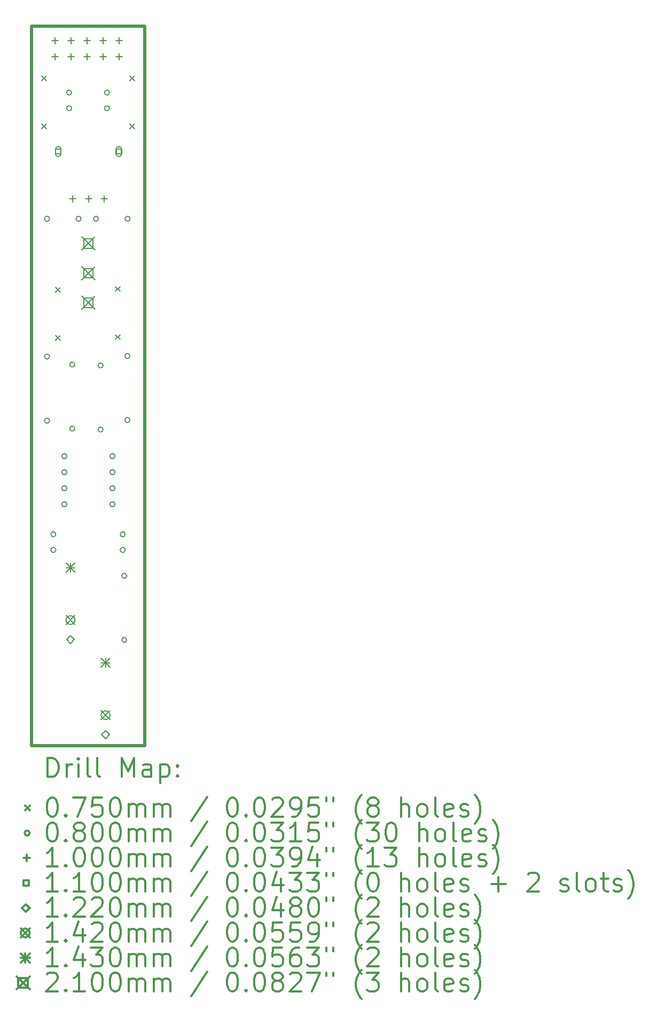
<source format=gbr>
%FSLAX45Y45*%
G04 Gerber Fmt 4.5, Leading zero omitted, Abs format (unit mm)*
G04 Created by KiCad (PCBNEW (5.1.10)-1) date 2021-10-10 13:11:33*
%MOMM*%
%LPD*%
G01*
G04 APERTURE LIST*
%TA.AperFunction,Profile*%
%ADD10C,0.500000*%
%TD*%
%ADD11C,0.200000*%
%ADD12C,0.300000*%
G04 APERTURE END LIST*
D10*
X14150000Y-15630000D02*
X14150000Y-4220000D01*
X15950000Y-15630000D02*
X14150000Y-15630000D01*
X15950000Y-4220000D02*
X15950000Y-15630000D01*
X14150000Y-4220000D02*
X15950000Y-4220000D01*
D11*
X14312500Y-5012500D02*
X14387500Y-5087500D01*
X14387500Y-5012500D02*
X14312500Y-5087500D01*
X14312500Y-5774500D02*
X14387500Y-5849500D01*
X14387500Y-5774500D02*
X14312500Y-5849500D01*
X14537500Y-8362500D02*
X14612500Y-8437500D01*
X14612500Y-8362500D02*
X14537500Y-8437500D01*
X14537500Y-9124500D02*
X14612500Y-9199500D01*
X14612500Y-9124500D02*
X14537500Y-9199500D01*
X15487500Y-8350500D02*
X15562500Y-8425500D01*
X15562500Y-8350500D02*
X15487500Y-8425500D01*
X15487500Y-9112500D02*
X15562500Y-9187500D01*
X15562500Y-9112500D02*
X15487500Y-9187500D01*
X15712500Y-5012500D02*
X15787500Y-5087500D01*
X15787500Y-5012500D02*
X15712500Y-5087500D01*
X15712500Y-5774500D02*
X15787500Y-5849500D01*
X15787500Y-5774500D02*
X15712500Y-5849500D01*
X14440000Y-7275000D02*
G75*
G03*
X14440000Y-7275000I-40000J0D01*
G01*
X14440000Y-9459000D02*
G75*
G03*
X14440000Y-9459000I-40000J0D01*
G01*
X14440000Y-10475000D02*
G75*
G03*
X14440000Y-10475000I-40000J0D01*
G01*
X14540000Y-12275000D02*
G75*
G03*
X14540000Y-12275000I-40000J0D01*
G01*
X14540000Y-12525000D02*
G75*
G03*
X14540000Y-12525000I-40000J0D01*
G01*
X14715000Y-11038000D02*
G75*
G03*
X14715000Y-11038000I-40000J0D01*
G01*
X14715000Y-11292000D02*
G75*
G03*
X14715000Y-11292000I-40000J0D01*
G01*
X14715000Y-11546000D02*
G75*
G03*
X14715000Y-11546000I-40000J0D01*
G01*
X14715000Y-11800000D02*
G75*
G03*
X14715000Y-11800000I-40000J0D01*
G01*
X14790000Y-5275000D02*
G75*
G03*
X14790000Y-5275000I-40000J0D01*
G01*
X14790000Y-5525000D02*
G75*
G03*
X14790000Y-5525000I-40000J0D01*
G01*
X14840000Y-9584000D02*
G75*
G03*
X14840000Y-9584000I-40000J0D01*
G01*
X14840000Y-10600000D02*
G75*
G03*
X14840000Y-10600000I-40000J0D01*
G01*
X14940000Y-7275000D02*
G75*
G03*
X14940000Y-7275000I-40000J0D01*
G01*
X15215000Y-7275000D02*
G75*
G03*
X15215000Y-7275000I-40000J0D01*
G01*
X15290000Y-9600000D02*
G75*
G03*
X15290000Y-9600000I-40000J0D01*
G01*
X15290000Y-10616000D02*
G75*
G03*
X15290000Y-10616000I-40000J0D01*
G01*
X15390000Y-5275000D02*
G75*
G03*
X15390000Y-5275000I-40000J0D01*
G01*
X15390000Y-5525000D02*
G75*
G03*
X15390000Y-5525000I-40000J0D01*
G01*
X15477000Y-11038000D02*
G75*
G03*
X15477000Y-11038000I-40000J0D01*
G01*
X15477000Y-11292000D02*
G75*
G03*
X15477000Y-11292000I-40000J0D01*
G01*
X15477000Y-11546000D02*
G75*
G03*
X15477000Y-11546000I-40000J0D01*
G01*
X15477000Y-11800000D02*
G75*
G03*
X15477000Y-11800000I-40000J0D01*
G01*
X15640000Y-12275000D02*
G75*
G03*
X15640000Y-12275000I-40000J0D01*
G01*
X15640000Y-12525000D02*
G75*
G03*
X15640000Y-12525000I-40000J0D01*
G01*
X15665000Y-12934000D02*
G75*
G03*
X15665000Y-12934000I-40000J0D01*
G01*
X15665000Y-13950000D02*
G75*
G03*
X15665000Y-13950000I-40000J0D01*
G01*
X15715000Y-7275000D02*
G75*
G03*
X15715000Y-7275000I-40000J0D01*
G01*
X15715000Y-9450000D02*
G75*
G03*
X15715000Y-9450000I-40000J0D01*
G01*
X15715000Y-10466000D02*
G75*
G03*
X15715000Y-10466000I-40000J0D01*
G01*
X14525000Y-4400000D02*
X14525000Y-4500000D01*
X14475000Y-4450000D02*
X14575000Y-4450000D01*
X14525000Y-4654000D02*
X14525000Y-4754000D01*
X14475000Y-4704000D02*
X14575000Y-4704000D01*
X14779000Y-4400000D02*
X14779000Y-4500000D01*
X14729000Y-4450000D02*
X14829000Y-4450000D01*
X14779000Y-4654000D02*
X14779000Y-4754000D01*
X14729000Y-4704000D02*
X14829000Y-4704000D01*
X14808200Y-6909600D02*
X14808200Y-7009600D01*
X14758200Y-6959600D02*
X14858200Y-6959600D01*
X15033000Y-4400000D02*
X15033000Y-4500000D01*
X14983000Y-4450000D02*
X15083000Y-4450000D01*
X15033000Y-4654000D02*
X15033000Y-4754000D01*
X14983000Y-4704000D02*
X15083000Y-4704000D01*
X15058200Y-6909600D02*
X15058200Y-7009600D01*
X15008200Y-6959600D02*
X15108200Y-6959600D01*
X15287000Y-4400000D02*
X15287000Y-4500000D01*
X15237000Y-4450000D02*
X15337000Y-4450000D01*
X15287000Y-4654000D02*
X15287000Y-4754000D01*
X15237000Y-4704000D02*
X15337000Y-4704000D01*
X15308200Y-6909600D02*
X15308200Y-7009600D01*
X15258200Y-6959600D02*
X15358200Y-6959600D01*
X15541000Y-4400000D02*
X15541000Y-4500000D01*
X15491000Y-4450000D02*
X15591000Y-4450000D01*
X15541000Y-4654000D02*
X15541000Y-4754000D01*
X15491000Y-4704000D02*
X15591000Y-4704000D01*
X14617091Y-6248491D02*
X14617091Y-6170709D01*
X14539309Y-6170709D01*
X14539309Y-6248491D01*
X14617091Y-6248491D01*
X14623200Y-6244600D02*
X14623200Y-6174600D01*
X14533200Y-6244600D02*
X14533200Y-6174600D01*
X14623200Y-6174600D02*
G75*
G03*
X14533200Y-6174600I-45000J0D01*
G01*
X14533200Y-6244600D02*
G75*
G03*
X14623200Y-6244600I45000J0D01*
G01*
X15577091Y-6248491D02*
X15577091Y-6170709D01*
X15499309Y-6170709D01*
X15499309Y-6248491D01*
X15577091Y-6248491D01*
X15583200Y-6244600D02*
X15583200Y-6174600D01*
X15493200Y-6244600D02*
X15493200Y-6174600D01*
X15583200Y-6174600D02*
G75*
G03*
X15493200Y-6174600I-45000J0D01*
G01*
X15493200Y-6244600D02*
G75*
G03*
X15583200Y-6244600I45000J0D01*
G01*
X14772000Y-14007000D02*
X14833000Y-13946000D01*
X14772000Y-13885000D01*
X14711000Y-13946000D01*
X14772000Y-14007000D01*
X15328000Y-15514000D02*
X15389000Y-15453000D01*
X15328000Y-15392000D01*
X15267000Y-15453000D01*
X15328000Y-15514000D01*
X14701000Y-13565000D02*
X14843000Y-13707000D01*
X14843000Y-13565000D02*
X14701000Y-13707000D01*
X14843000Y-13636000D02*
G75*
G03*
X14843000Y-13636000I-71000J0D01*
G01*
X15257000Y-15072000D02*
X15399000Y-15214000D01*
X15399000Y-15072000D02*
X15257000Y-15214000D01*
X15399000Y-15143000D02*
G75*
G03*
X15399000Y-15143000I-71000J0D01*
G01*
X14700500Y-12734500D02*
X14843500Y-12877500D01*
X14843500Y-12734500D02*
X14700500Y-12877500D01*
X14772000Y-12734500D02*
X14772000Y-12877500D01*
X14700500Y-12806000D02*
X14843500Y-12806000D01*
X15256500Y-14241500D02*
X15399500Y-14384500D01*
X15399500Y-14241500D02*
X15256500Y-14384500D01*
X15328000Y-14241500D02*
X15328000Y-14384500D01*
X15256500Y-14313000D02*
X15399500Y-14313000D01*
X14952500Y-7562500D02*
X15162500Y-7772500D01*
X15162500Y-7562500D02*
X14952500Y-7772500D01*
X15131747Y-7741747D02*
X15131747Y-7593253D01*
X14983253Y-7593253D01*
X14983253Y-7741747D01*
X15131747Y-7741747D01*
X14952500Y-8032500D02*
X15162500Y-8242500D01*
X15162500Y-8032500D02*
X14952500Y-8242500D01*
X15131747Y-8211747D02*
X15131747Y-8063253D01*
X14983253Y-8063253D01*
X14983253Y-8211747D01*
X15131747Y-8211747D01*
X14952500Y-8502500D02*
X15162500Y-8712500D01*
X15162500Y-8502500D02*
X14952500Y-8712500D01*
X15131747Y-8681747D02*
X15131747Y-8533253D01*
X14983253Y-8533253D01*
X14983253Y-8681747D01*
X15131747Y-8681747D01*
D12*
X14411428Y-16120714D02*
X14411428Y-15820714D01*
X14482857Y-15820714D01*
X14525714Y-15835000D01*
X14554286Y-15863571D01*
X14568571Y-15892143D01*
X14582857Y-15949286D01*
X14582857Y-15992143D01*
X14568571Y-16049286D01*
X14554286Y-16077857D01*
X14525714Y-16106429D01*
X14482857Y-16120714D01*
X14411428Y-16120714D01*
X14711428Y-16120714D02*
X14711428Y-15920714D01*
X14711428Y-15977857D02*
X14725714Y-15949286D01*
X14740000Y-15935000D01*
X14768571Y-15920714D01*
X14797143Y-15920714D01*
X14897143Y-16120714D02*
X14897143Y-15920714D01*
X14897143Y-15820714D02*
X14882857Y-15835000D01*
X14897143Y-15849286D01*
X14911428Y-15835000D01*
X14897143Y-15820714D01*
X14897143Y-15849286D01*
X15082857Y-16120714D02*
X15054286Y-16106429D01*
X15040000Y-16077857D01*
X15040000Y-15820714D01*
X15240000Y-16120714D02*
X15211428Y-16106429D01*
X15197143Y-16077857D01*
X15197143Y-15820714D01*
X15582857Y-16120714D02*
X15582857Y-15820714D01*
X15682857Y-16035000D01*
X15782857Y-15820714D01*
X15782857Y-16120714D01*
X16054286Y-16120714D02*
X16054286Y-15963571D01*
X16040000Y-15935000D01*
X16011428Y-15920714D01*
X15954286Y-15920714D01*
X15925714Y-15935000D01*
X16054286Y-16106429D02*
X16025714Y-16120714D01*
X15954286Y-16120714D01*
X15925714Y-16106429D01*
X15911428Y-16077857D01*
X15911428Y-16049286D01*
X15925714Y-16020714D01*
X15954286Y-16006429D01*
X16025714Y-16006429D01*
X16054286Y-15992143D01*
X16197143Y-15920714D02*
X16197143Y-16220714D01*
X16197143Y-15935000D02*
X16225714Y-15920714D01*
X16282857Y-15920714D01*
X16311428Y-15935000D01*
X16325714Y-15949286D01*
X16340000Y-15977857D01*
X16340000Y-16063571D01*
X16325714Y-16092143D01*
X16311428Y-16106429D01*
X16282857Y-16120714D01*
X16225714Y-16120714D01*
X16197143Y-16106429D01*
X16468571Y-16092143D02*
X16482857Y-16106429D01*
X16468571Y-16120714D01*
X16454286Y-16106429D01*
X16468571Y-16092143D01*
X16468571Y-16120714D01*
X16468571Y-15935000D02*
X16482857Y-15949286D01*
X16468571Y-15963571D01*
X16454286Y-15949286D01*
X16468571Y-15935000D01*
X16468571Y-15963571D01*
X14050000Y-16577500D02*
X14125000Y-16652500D01*
X14125000Y-16577500D02*
X14050000Y-16652500D01*
X14468571Y-16450714D02*
X14497143Y-16450714D01*
X14525714Y-16465000D01*
X14540000Y-16479286D01*
X14554286Y-16507857D01*
X14568571Y-16565000D01*
X14568571Y-16636429D01*
X14554286Y-16693571D01*
X14540000Y-16722143D01*
X14525714Y-16736429D01*
X14497143Y-16750714D01*
X14468571Y-16750714D01*
X14440000Y-16736429D01*
X14425714Y-16722143D01*
X14411428Y-16693571D01*
X14397143Y-16636429D01*
X14397143Y-16565000D01*
X14411428Y-16507857D01*
X14425714Y-16479286D01*
X14440000Y-16465000D01*
X14468571Y-16450714D01*
X14697143Y-16722143D02*
X14711428Y-16736429D01*
X14697143Y-16750714D01*
X14682857Y-16736429D01*
X14697143Y-16722143D01*
X14697143Y-16750714D01*
X14811428Y-16450714D02*
X15011428Y-16450714D01*
X14882857Y-16750714D01*
X15268571Y-16450714D02*
X15125714Y-16450714D01*
X15111428Y-16593571D01*
X15125714Y-16579286D01*
X15154286Y-16565000D01*
X15225714Y-16565000D01*
X15254286Y-16579286D01*
X15268571Y-16593571D01*
X15282857Y-16622143D01*
X15282857Y-16693571D01*
X15268571Y-16722143D01*
X15254286Y-16736429D01*
X15225714Y-16750714D01*
X15154286Y-16750714D01*
X15125714Y-16736429D01*
X15111428Y-16722143D01*
X15468571Y-16450714D02*
X15497143Y-16450714D01*
X15525714Y-16465000D01*
X15540000Y-16479286D01*
X15554286Y-16507857D01*
X15568571Y-16565000D01*
X15568571Y-16636429D01*
X15554286Y-16693571D01*
X15540000Y-16722143D01*
X15525714Y-16736429D01*
X15497143Y-16750714D01*
X15468571Y-16750714D01*
X15440000Y-16736429D01*
X15425714Y-16722143D01*
X15411428Y-16693571D01*
X15397143Y-16636429D01*
X15397143Y-16565000D01*
X15411428Y-16507857D01*
X15425714Y-16479286D01*
X15440000Y-16465000D01*
X15468571Y-16450714D01*
X15697143Y-16750714D02*
X15697143Y-16550714D01*
X15697143Y-16579286D02*
X15711428Y-16565000D01*
X15740000Y-16550714D01*
X15782857Y-16550714D01*
X15811428Y-16565000D01*
X15825714Y-16593571D01*
X15825714Y-16750714D01*
X15825714Y-16593571D02*
X15840000Y-16565000D01*
X15868571Y-16550714D01*
X15911428Y-16550714D01*
X15940000Y-16565000D01*
X15954286Y-16593571D01*
X15954286Y-16750714D01*
X16097143Y-16750714D02*
X16097143Y-16550714D01*
X16097143Y-16579286D02*
X16111428Y-16565000D01*
X16140000Y-16550714D01*
X16182857Y-16550714D01*
X16211428Y-16565000D01*
X16225714Y-16593571D01*
X16225714Y-16750714D01*
X16225714Y-16593571D02*
X16240000Y-16565000D01*
X16268571Y-16550714D01*
X16311428Y-16550714D01*
X16340000Y-16565000D01*
X16354286Y-16593571D01*
X16354286Y-16750714D01*
X16940000Y-16436429D02*
X16682857Y-16822143D01*
X17325714Y-16450714D02*
X17354286Y-16450714D01*
X17382857Y-16465000D01*
X17397143Y-16479286D01*
X17411428Y-16507857D01*
X17425714Y-16565000D01*
X17425714Y-16636429D01*
X17411428Y-16693571D01*
X17397143Y-16722143D01*
X17382857Y-16736429D01*
X17354286Y-16750714D01*
X17325714Y-16750714D01*
X17297143Y-16736429D01*
X17282857Y-16722143D01*
X17268571Y-16693571D01*
X17254286Y-16636429D01*
X17254286Y-16565000D01*
X17268571Y-16507857D01*
X17282857Y-16479286D01*
X17297143Y-16465000D01*
X17325714Y-16450714D01*
X17554286Y-16722143D02*
X17568571Y-16736429D01*
X17554286Y-16750714D01*
X17540000Y-16736429D01*
X17554286Y-16722143D01*
X17554286Y-16750714D01*
X17754286Y-16450714D02*
X17782857Y-16450714D01*
X17811428Y-16465000D01*
X17825714Y-16479286D01*
X17840000Y-16507857D01*
X17854286Y-16565000D01*
X17854286Y-16636429D01*
X17840000Y-16693571D01*
X17825714Y-16722143D01*
X17811428Y-16736429D01*
X17782857Y-16750714D01*
X17754286Y-16750714D01*
X17725714Y-16736429D01*
X17711428Y-16722143D01*
X17697143Y-16693571D01*
X17682857Y-16636429D01*
X17682857Y-16565000D01*
X17697143Y-16507857D01*
X17711428Y-16479286D01*
X17725714Y-16465000D01*
X17754286Y-16450714D01*
X17968571Y-16479286D02*
X17982857Y-16465000D01*
X18011428Y-16450714D01*
X18082857Y-16450714D01*
X18111428Y-16465000D01*
X18125714Y-16479286D01*
X18140000Y-16507857D01*
X18140000Y-16536429D01*
X18125714Y-16579286D01*
X17954286Y-16750714D01*
X18140000Y-16750714D01*
X18282857Y-16750714D02*
X18340000Y-16750714D01*
X18368571Y-16736429D01*
X18382857Y-16722143D01*
X18411428Y-16679286D01*
X18425714Y-16622143D01*
X18425714Y-16507857D01*
X18411428Y-16479286D01*
X18397143Y-16465000D01*
X18368571Y-16450714D01*
X18311428Y-16450714D01*
X18282857Y-16465000D01*
X18268571Y-16479286D01*
X18254286Y-16507857D01*
X18254286Y-16579286D01*
X18268571Y-16607857D01*
X18282857Y-16622143D01*
X18311428Y-16636429D01*
X18368571Y-16636429D01*
X18397143Y-16622143D01*
X18411428Y-16607857D01*
X18425714Y-16579286D01*
X18697143Y-16450714D02*
X18554286Y-16450714D01*
X18540000Y-16593571D01*
X18554286Y-16579286D01*
X18582857Y-16565000D01*
X18654286Y-16565000D01*
X18682857Y-16579286D01*
X18697143Y-16593571D01*
X18711428Y-16622143D01*
X18711428Y-16693571D01*
X18697143Y-16722143D01*
X18682857Y-16736429D01*
X18654286Y-16750714D01*
X18582857Y-16750714D01*
X18554286Y-16736429D01*
X18540000Y-16722143D01*
X18825714Y-16450714D02*
X18825714Y-16507857D01*
X18940000Y-16450714D02*
X18940000Y-16507857D01*
X19382857Y-16865000D02*
X19368571Y-16850714D01*
X19340000Y-16807857D01*
X19325714Y-16779286D01*
X19311428Y-16736429D01*
X19297143Y-16665000D01*
X19297143Y-16607857D01*
X19311428Y-16536429D01*
X19325714Y-16493571D01*
X19340000Y-16465000D01*
X19368571Y-16422143D01*
X19382857Y-16407857D01*
X19540000Y-16579286D02*
X19511428Y-16565000D01*
X19497143Y-16550714D01*
X19482857Y-16522143D01*
X19482857Y-16507857D01*
X19497143Y-16479286D01*
X19511428Y-16465000D01*
X19540000Y-16450714D01*
X19597143Y-16450714D01*
X19625714Y-16465000D01*
X19640000Y-16479286D01*
X19654286Y-16507857D01*
X19654286Y-16522143D01*
X19640000Y-16550714D01*
X19625714Y-16565000D01*
X19597143Y-16579286D01*
X19540000Y-16579286D01*
X19511428Y-16593571D01*
X19497143Y-16607857D01*
X19482857Y-16636429D01*
X19482857Y-16693571D01*
X19497143Y-16722143D01*
X19511428Y-16736429D01*
X19540000Y-16750714D01*
X19597143Y-16750714D01*
X19625714Y-16736429D01*
X19640000Y-16722143D01*
X19654286Y-16693571D01*
X19654286Y-16636429D01*
X19640000Y-16607857D01*
X19625714Y-16593571D01*
X19597143Y-16579286D01*
X20011428Y-16750714D02*
X20011428Y-16450714D01*
X20140000Y-16750714D02*
X20140000Y-16593571D01*
X20125714Y-16565000D01*
X20097143Y-16550714D01*
X20054286Y-16550714D01*
X20025714Y-16565000D01*
X20011428Y-16579286D01*
X20325714Y-16750714D02*
X20297143Y-16736429D01*
X20282857Y-16722143D01*
X20268571Y-16693571D01*
X20268571Y-16607857D01*
X20282857Y-16579286D01*
X20297143Y-16565000D01*
X20325714Y-16550714D01*
X20368571Y-16550714D01*
X20397143Y-16565000D01*
X20411428Y-16579286D01*
X20425714Y-16607857D01*
X20425714Y-16693571D01*
X20411428Y-16722143D01*
X20397143Y-16736429D01*
X20368571Y-16750714D01*
X20325714Y-16750714D01*
X20597143Y-16750714D02*
X20568571Y-16736429D01*
X20554286Y-16707857D01*
X20554286Y-16450714D01*
X20825714Y-16736429D02*
X20797143Y-16750714D01*
X20740000Y-16750714D01*
X20711428Y-16736429D01*
X20697143Y-16707857D01*
X20697143Y-16593571D01*
X20711428Y-16565000D01*
X20740000Y-16550714D01*
X20797143Y-16550714D01*
X20825714Y-16565000D01*
X20840000Y-16593571D01*
X20840000Y-16622143D01*
X20697143Y-16650714D01*
X20954286Y-16736429D02*
X20982857Y-16750714D01*
X21040000Y-16750714D01*
X21068571Y-16736429D01*
X21082857Y-16707857D01*
X21082857Y-16693571D01*
X21068571Y-16665000D01*
X21040000Y-16650714D01*
X20997143Y-16650714D01*
X20968571Y-16636429D01*
X20954286Y-16607857D01*
X20954286Y-16593571D01*
X20968571Y-16565000D01*
X20997143Y-16550714D01*
X21040000Y-16550714D01*
X21068571Y-16565000D01*
X21182857Y-16865000D02*
X21197143Y-16850714D01*
X21225714Y-16807857D01*
X21240000Y-16779286D01*
X21254286Y-16736429D01*
X21268571Y-16665000D01*
X21268571Y-16607857D01*
X21254286Y-16536429D01*
X21240000Y-16493571D01*
X21225714Y-16465000D01*
X21197143Y-16422143D01*
X21182857Y-16407857D01*
X14125000Y-17011000D02*
G75*
G03*
X14125000Y-17011000I-40000J0D01*
G01*
X14468571Y-16846714D02*
X14497143Y-16846714D01*
X14525714Y-16861000D01*
X14540000Y-16875286D01*
X14554286Y-16903857D01*
X14568571Y-16961000D01*
X14568571Y-17032429D01*
X14554286Y-17089572D01*
X14540000Y-17118143D01*
X14525714Y-17132429D01*
X14497143Y-17146714D01*
X14468571Y-17146714D01*
X14440000Y-17132429D01*
X14425714Y-17118143D01*
X14411428Y-17089572D01*
X14397143Y-17032429D01*
X14397143Y-16961000D01*
X14411428Y-16903857D01*
X14425714Y-16875286D01*
X14440000Y-16861000D01*
X14468571Y-16846714D01*
X14697143Y-17118143D02*
X14711428Y-17132429D01*
X14697143Y-17146714D01*
X14682857Y-17132429D01*
X14697143Y-17118143D01*
X14697143Y-17146714D01*
X14882857Y-16975286D02*
X14854286Y-16961000D01*
X14840000Y-16946714D01*
X14825714Y-16918143D01*
X14825714Y-16903857D01*
X14840000Y-16875286D01*
X14854286Y-16861000D01*
X14882857Y-16846714D01*
X14940000Y-16846714D01*
X14968571Y-16861000D01*
X14982857Y-16875286D01*
X14997143Y-16903857D01*
X14997143Y-16918143D01*
X14982857Y-16946714D01*
X14968571Y-16961000D01*
X14940000Y-16975286D01*
X14882857Y-16975286D01*
X14854286Y-16989572D01*
X14840000Y-17003857D01*
X14825714Y-17032429D01*
X14825714Y-17089572D01*
X14840000Y-17118143D01*
X14854286Y-17132429D01*
X14882857Y-17146714D01*
X14940000Y-17146714D01*
X14968571Y-17132429D01*
X14982857Y-17118143D01*
X14997143Y-17089572D01*
X14997143Y-17032429D01*
X14982857Y-17003857D01*
X14968571Y-16989572D01*
X14940000Y-16975286D01*
X15182857Y-16846714D02*
X15211428Y-16846714D01*
X15240000Y-16861000D01*
X15254286Y-16875286D01*
X15268571Y-16903857D01*
X15282857Y-16961000D01*
X15282857Y-17032429D01*
X15268571Y-17089572D01*
X15254286Y-17118143D01*
X15240000Y-17132429D01*
X15211428Y-17146714D01*
X15182857Y-17146714D01*
X15154286Y-17132429D01*
X15140000Y-17118143D01*
X15125714Y-17089572D01*
X15111428Y-17032429D01*
X15111428Y-16961000D01*
X15125714Y-16903857D01*
X15140000Y-16875286D01*
X15154286Y-16861000D01*
X15182857Y-16846714D01*
X15468571Y-16846714D02*
X15497143Y-16846714D01*
X15525714Y-16861000D01*
X15540000Y-16875286D01*
X15554286Y-16903857D01*
X15568571Y-16961000D01*
X15568571Y-17032429D01*
X15554286Y-17089572D01*
X15540000Y-17118143D01*
X15525714Y-17132429D01*
X15497143Y-17146714D01*
X15468571Y-17146714D01*
X15440000Y-17132429D01*
X15425714Y-17118143D01*
X15411428Y-17089572D01*
X15397143Y-17032429D01*
X15397143Y-16961000D01*
X15411428Y-16903857D01*
X15425714Y-16875286D01*
X15440000Y-16861000D01*
X15468571Y-16846714D01*
X15697143Y-17146714D02*
X15697143Y-16946714D01*
X15697143Y-16975286D02*
X15711428Y-16961000D01*
X15740000Y-16946714D01*
X15782857Y-16946714D01*
X15811428Y-16961000D01*
X15825714Y-16989572D01*
X15825714Y-17146714D01*
X15825714Y-16989572D02*
X15840000Y-16961000D01*
X15868571Y-16946714D01*
X15911428Y-16946714D01*
X15940000Y-16961000D01*
X15954286Y-16989572D01*
X15954286Y-17146714D01*
X16097143Y-17146714D02*
X16097143Y-16946714D01*
X16097143Y-16975286D02*
X16111428Y-16961000D01*
X16140000Y-16946714D01*
X16182857Y-16946714D01*
X16211428Y-16961000D01*
X16225714Y-16989572D01*
X16225714Y-17146714D01*
X16225714Y-16989572D02*
X16240000Y-16961000D01*
X16268571Y-16946714D01*
X16311428Y-16946714D01*
X16340000Y-16961000D01*
X16354286Y-16989572D01*
X16354286Y-17146714D01*
X16940000Y-16832429D02*
X16682857Y-17218143D01*
X17325714Y-16846714D02*
X17354286Y-16846714D01*
X17382857Y-16861000D01*
X17397143Y-16875286D01*
X17411428Y-16903857D01*
X17425714Y-16961000D01*
X17425714Y-17032429D01*
X17411428Y-17089572D01*
X17397143Y-17118143D01*
X17382857Y-17132429D01*
X17354286Y-17146714D01*
X17325714Y-17146714D01*
X17297143Y-17132429D01*
X17282857Y-17118143D01*
X17268571Y-17089572D01*
X17254286Y-17032429D01*
X17254286Y-16961000D01*
X17268571Y-16903857D01*
X17282857Y-16875286D01*
X17297143Y-16861000D01*
X17325714Y-16846714D01*
X17554286Y-17118143D02*
X17568571Y-17132429D01*
X17554286Y-17146714D01*
X17540000Y-17132429D01*
X17554286Y-17118143D01*
X17554286Y-17146714D01*
X17754286Y-16846714D02*
X17782857Y-16846714D01*
X17811428Y-16861000D01*
X17825714Y-16875286D01*
X17840000Y-16903857D01*
X17854286Y-16961000D01*
X17854286Y-17032429D01*
X17840000Y-17089572D01*
X17825714Y-17118143D01*
X17811428Y-17132429D01*
X17782857Y-17146714D01*
X17754286Y-17146714D01*
X17725714Y-17132429D01*
X17711428Y-17118143D01*
X17697143Y-17089572D01*
X17682857Y-17032429D01*
X17682857Y-16961000D01*
X17697143Y-16903857D01*
X17711428Y-16875286D01*
X17725714Y-16861000D01*
X17754286Y-16846714D01*
X17954286Y-16846714D02*
X18140000Y-16846714D01*
X18040000Y-16961000D01*
X18082857Y-16961000D01*
X18111428Y-16975286D01*
X18125714Y-16989572D01*
X18140000Y-17018143D01*
X18140000Y-17089572D01*
X18125714Y-17118143D01*
X18111428Y-17132429D01*
X18082857Y-17146714D01*
X17997143Y-17146714D01*
X17968571Y-17132429D01*
X17954286Y-17118143D01*
X18425714Y-17146714D02*
X18254286Y-17146714D01*
X18340000Y-17146714D02*
X18340000Y-16846714D01*
X18311428Y-16889572D01*
X18282857Y-16918143D01*
X18254286Y-16932429D01*
X18697143Y-16846714D02*
X18554286Y-16846714D01*
X18540000Y-16989572D01*
X18554286Y-16975286D01*
X18582857Y-16961000D01*
X18654286Y-16961000D01*
X18682857Y-16975286D01*
X18697143Y-16989572D01*
X18711428Y-17018143D01*
X18711428Y-17089572D01*
X18697143Y-17118143D01*
X18682857Y-17132429D01*
X18654286Y-17146714D01*
X18582857Y-17146714D01*
X18554286Y-17132429D01*
X18540000Y-17118143D01*
X18825714Y-16846714D02*
X18825714Y-16903857D01*
X18940000Y-16846714D02*
X18940000Y-16903857D01*
X19382857Y-17261000D02*
X19368571Y-17246714D01*
X19340000Y-17203857D01*
X19325714Y-17175286D01*
X19311428Y-17132429D01*
X19297143Y-17061000D01*
X19297143Y-17003857D01*
X19311428Y-16932429D01*
X19325714Y-16889572D01*
X19340000Y-16861000D01*
X19368571Y-16818143D01*
X19382857Y-16803857D01*
X19468571Y-16846714D02*
X19654286Y-16846714D01*
X19554286Y-16961000D01*
X19597143Y-16961000D01*
X19625714Y-16975286D01*
X19640000Y-16989572D01*
X19654286Y-17018143D01*
X19654286Y-17089572D01*
X19640000Y-17118143D01*
X19625714Y-17132429D01*
X19597143Y-17146714D01*
X19511428Y-17146714D01*
X19482857Y-17132429D01*
X19468571Y-17118143D01*
X19840000Y-16846714D02*
X19868571Y-16846714D01*
X19897143Y-16861000D01*
X19911428Y-16875286D01*
X19925714Y-16903857D01*
X19940000Y-16961000D01*
X19940000Y-17032429D01*
X19925714Y-17089572D01*
X19911428Y-17118143D01*
X19897143Y-17132429D01*
X19868571Y-17146714D01*
X19840000Y-17146714D01*
X19811428Y-17132429D01*
X19797143Y-17118143D01*
X19782857Y-17089572D01*
X19768571Y-17032429D01*
X19768571Y-16961000D01*
X19782857Y-16903857D01*
X19797143Y-16875286D01*
X19811428Y-16861000D01*
X19840000Y-16846714D01*
X20297143Y-17146714D02*
X20297143Y-16846714D01*
X20425714Y-17146714D02*
X20425714Y-16989572D01*
X20411428Y-16961000D01*
X20382857Y-16946714D01*
X20340000Y-16946714D01*
X20311428Y-16961000D01*
X20297143Y-16975286D01*
X20611428Y-17146714D02*
X20582857Y-17132429D01*
X20568571Y-17118143D01*
X20554286Y-17089572D01*
X20554286Y-17003857D01*
X20568571Y-16975286D01*
X20582857Y-16961000D01*
X20611428Y-16946714D01*
X20654286Y-16946714D01*
X20682857Y-16961000D01*
X20697143Y-16975286D01*
X20711428Y-17003857D01*
X20711428Y-17089572D01*
X20697143Y-17118143D01*
X20682857Y-17132429D01*
X20654286Y-17146714D01*
X20611428Y-17146714D01*
X20882857Y-17146714D02*
X20854286Y-17132429D01*
X20840000Y-17103857D01*
X20840000Y-16846714D01*
X21111428Y-17132429D02*
X21082857Y-17146714D01*
X21025714Y-17146714D01*
X20997143Y-17132429D01*
X20982857Y-17103857D01*
X20982857Y-16989572D01*
X20997143Y-16961000D01*
X21025714Y-16946714D01*
X21082857Y-16946714D01*
X21111428Y-16961000D01*
X21125714Y-16989572D01*
X21125714Y-17018143D01*
X20982857Y-17046714D01*
X21240000Y-17132429D02*
X21268571Y-17146714D01*
X21325714Y-17146714D01*
X21354286Y-17132429D01*
X21368571Y-17103857D01*
X21368571Y-17089572D01*
X21354286Y-17061000D01*
X21325714Y-17046714D01*
X21282857Y-17046714D01*
X21254286Y-17032429D01*
X21240000Y-17003857D01*
X21240000Y-16989572D01*
X21254286Y-16961000D01*
X21282857Y-16946714D01*
X21325714Y-16946714D01*
X21354286Y-16961000D01*
X21468571Y-17261000D02*
X21482857Y-17246714D01*
X21511428Y-17203857D01*
X21525714Y-17175286D01*
X21540000Y-17132429D01*
X21554286Y-17061000D01*
X21554286Y-17003857D01*
X21540000Y-16932429D01*
X21525714Y-16889572D01*
X21511428Y-16861000D01*
X21482857Y-16818143D01*
X21468571Y-16803857D01*
X14075000Y-17357000D02*
X14075000Y-17457000D01*
X14025000Y-17407000D02*
X14125000Y-17407000D01*
X14568571Y-17542714D02*
X14397143Y-17542714D01*
X14482857Y-17542714D02*
X14482857Y-17242714D01*
X14454286Y-17285572D01*
X14425714Y-17314143D01*
X14397143Y-17328429D01*
X14697143Y-17514143D02*
X14711428Y-17528429D01*
X14697143Y-17542714D01*
X14682857Y-17528429D01*
X14697143Y-17514143D01*
X14697143Y-17542714D01*
X14897143Y-17242714D02*
X14925714Y-17242714D01*
X14954286Y-17257000D01*
X14968571Y-17271286D01*
X14982857Y-17299857D01*
X14997143Y-17357000D01*
X14997143Y-17428429D01*
X14982857Y-17485572D01*
X14968571Y-17514143D01*
X14954286Y-17528429D01*
X14925714Y-17542714D01*
X14897143Y-17542714D01*
X14868571Y-17528429D01*
X14854286Y-17514143D01*
X14840000Y-17485572D01*
X14825714Y-17428429D01*
X14825714Y-17357000D01*
X14840000Y-17299857D01*
X14854286Y-17271286D01*
X14868571Y-17257000D01*
X14897143Y-17242714D01*
X15182857Y-17242714D02*
X15211428Y-17242714D01*
X15240000Y-17257000D01*
X15254286Y-17271286D01*
X15268571Y-17299857D01*
X15282857Y-17357000D01*
X15282857Y-17428429D01*
X15268571Y-17485572D01*
X15254286Y-17514143D01*
X15240000Y-17528429D01*
X15211428Y-17542714D01*
X15182857Y-17542714D01*
X15154286Y-17528429D01*
X15140000Y-17514143D01*
X15125714Y-17485572D01*
X15111428Y-17428429D01*
X15111428Y-17357000D01*
X15125714Y-17299857D01*
X15140000Y-17271286D01*
X15154286Y-17257000D01*
X15182857Y-17242714D01*
X15468571Y-17242714D02*
X15497143Y-17242714D01*
X15525714Y-17257000D01*
X15540000Y-17271286D01*
X15554286Y-17299857D01*
X15568571Y-17357000D01*
X15568571Y-17428429D01*
X15554286Y-17485572D01*
X15540000Y-17514143D01*
X15525714Y-17528429D01*
X15497143Y-17542714D01*
X15468571Y-17542714D01*
X15440000Y-17528429D01*
X15425714Y-17514143D01*
X15411428Y-17485572D01*
X15397143Y-17428429D01*
X15397143Y-17357000D01*
X15411428Y-17299857D01*
X15425714Y-17271286D01*
X15440000Y-17257000D01*
X15468571Y-17242714D01*
X15697143Y-17542714D02*
X15697143Y-17342714D01*
X15697143Y-17371286D02*
X15711428Y-17357000D01*
X15740000Y-17342714D01*
X15782857Y-17342714D01*
X15811428Y-17357000D01*
X15825714Y-17385572D01*
X15825714Y-17542714D01*
X15825714Y-17385572D02*
X15840000Y-17357000D01*
X15868571Y-17342714D01*
X15911428Y-17342714D01*
X15940000Y-17357000D01*
X15954286Y-17385572D01*
X15954286Y-17542714D01*
X16097143Y-17542714D02*
X16097143Y-17342714D01*
X16097143Y-17371286D02*
X16111428Y-17357000D01*
X16140000Y-17342714D01*
X16182857Y-17342714D01*
X16211428Y-17357000D01*
X16225714Y-17385572D01*
X16225714Y-17542714D01*
X16225714Y-17385572D02*
X16240000Y-17357000D01*
X16268571Y-17342714D01*
X16311428Y-17342714D01*
X16340000Y-17357000D01*
X16354286Y-17385572D01*
X16354286Y-17542714D01*
X16940000Y-17228429D02*
X16682857Y-17614143D01*
X17325714Y-17242714D02*
X17354286Y-17242714D01*
X17382857Y-17257000D01*
X17397143Y-17271286D01*
X17411428Y-17299857D01*
X17425714Y-17357000D01*
X17425714Y-17428429D01*
X17411428Y-17485572D01*
X17397143Y-17514143D01*
X17382857Y-17528429D01*
X17354286Y-17542714D01*
X17325714Y-17542714D01*
X17297143Y-17528429D01*
X17282857Y-17514143D01*
X17268571Y-17485572D01*
X17254286Y-17428429D01*
X17254286Y-17357000D01*
X17268571Y-17299857D01*
X17282857Y-17271286D01*
X17297143Y-17257000D01*
X17325714Y-17242714D01*
X17554286Y-17514143D02*
X17568571Y-17528429D01*
X17554286Y-17542714D01*
X17540000Y-17528429D01*
X17554286Y-17514143D01*
X17554286Y-17542714D01*
X17754286Y-17242714D02*
X17782857Y-17242714D01*
X17811428Y-17257000D01*
X17825714Y-17271286D01*
X17840000Y-17299857D01*
X17854286Y-17357000D01*
X17854286Y-17428429D01*
X17840000Y-17485572D01*
X17825714Y-17514143D01*
X17811428Y-17528429D01*
X17782857Y-17542714D01*
X17754286Y-17542714D01*
X17725714Y-17528429D01*
X17711428Y-17514143D01*
X17697143Y-17485572D01*
X17682857Y-17428429D01*
X17682857Y-17357000D01*
X17697143Y-17299857D01*
X17711428Y-17271286D01*
X17725714Y-17257000D01*
X17754286Y-17242714D01*
X17954286Y-17242714D02*
X18140000Y-17242714D01*
X18040000Y-17357000D01*
X18082857Y-17357000D01*
X18111428Y-17371286D01*
X18125714Y-17385572D01*
X18140000Y-17414143D01*
X18140000Y-17485572D01*
X18125714Y-17514143D01*
X18111428Y-17528429D01*
X18082857Y-17542714D01*
X17997143Y-17542714D01*
X17968571Y-17528429D01*
X17954286Y-17514143D01*
X18282857Y-17542714D02*
X18340000Y-17542714D01*
X18368571Y-17528429D01*
X18382857Y-17514143D01*
X18411428Y-17471286D01*
X18425714Y-17414143D01*
X18425714Y-17299857D01*
X18411428Y-17271286D01*
X18397143Y-17257000D01*
X18368571Y-17242714D01*
X18311428Y-17242714D01*
X18282857Y-17257000D01*
X18268571Y-17271286D01*
X18254286Y-17299857D01*
X18254286Y-17371286D01*
X18268571Y-17399857D01*
X18282857Y-17414143D01*
X18311428Y-17428429D01*
X18368571Y-17428429D01*
X18397143Y-17414143D01*
X18411428Y-17399857D01*
X18425714Y-17371286D01*
X18682857Y-17342714D02*
X18682857Y-17542714D01*
X18611428Y-17228429D02*
X18540000Y-17442714D01*
X18725714Y-17442714D01*
X18825714Y-17242714D02*
X18825714Y-17299857D01*
X18940000Y-17242714D02*
X18940000Y-17299857D01*
X19382857Y-17657000D02*
X19368571Y-17642714D01*
X19340000Y-17599857D01*
X19325714Y-17571286D01*
X19311428Y-17528429D01*
X19297143Y-17457000D01*
X19297143Y-17399857D01*
X19311428Y-17328429D01*
X19325714Y-17285572D01*
X19340000Y-17257000D01*
X19368571Y-17214143D01*
X19382857Y-17199857D01*
X19654286Y-17542714D02*
X19482857Y-17542714D01*
X19568571Y-17542714D02*
X19568571Y-17242714D01*
X19540000Y-17285572D01*
X19511428Y-17314143D01*
X19482857Y-17328429D01*
X19754286Y-17242714D02*
X19940000Y-17242714D01*
X19840000Y-17357000D01*
X19882857Y-17357000D01*
X19911428Y-17371286D01*
X19925714Y-17385572D01*
X19940000Y-17414143D01*
X19940000Y-17485572D01*
X19925714Y-17514143D01*
X19911428Y-17528429D01*
X19882857Y-17542714D01*
X19797143Y-17542714D01*
X19768571Y-17528429D01*
X19754286Y-17514143D01*
X20297143Y-17542714D02*
X20297143Y-17242714D01*
X20425714Y-17542714D02*
X20425714Y-17385572D01*
X20411428Y-17357000D01*
X20382857Y-17342714D01*
X20340000Y-17342714D01*
X20311428Y-17357000D01*
X20297143Y-17371286D01*
X20611428Y-17542714D02*
X20582857Y-17528429D01*
X20568571Y-17514143D01*
X20554286Y-17485572D01*
X20554286Y-17399857D01*
X20568571Y-17371286D01*
X20582857Y-17357000D01*
X20611428Y-17342714D01*
X20654286Y-17342714D01*
X20682857Y-17357000D01*
X20697143Y-17371286D01*
X20711428Y-17399857D01*
X20711428Y-17485572D01*
X20697143Y-17514143D01*
X20682857Y-17528429D01*
X20654286Y-17542714D01*
X20611428Y-17542714D01*
X20882857Y-17542714D02*
X20854286Y-17528429D01*
X20840000Y-17499857D01*
X20840000Y-17242714D01*
X21111428Y-17528429D02*
X21082857Y-17542714D01*
X21025714Y-17542714D01*
X20997143Y-17528429D01*
X20982857Y-17499857D01*
X20982857Y-17385572D01*
X20997143Y-17357000D01*
X21025714Y-17342714D01*
X21082857Y-17342714D01*
X21111428Y-17357000D01*
X21125714Y-17385572D01*
X21125714Y-17414143D01*
X20982857Y-17442714D01*
X21240000Y-17528429D02*
X21268571Y-17542714D01*
X21325714Y-17542714D01*
X21354286Y-17528429D01*
X21368571Y-17499857D01*
X21368571Y-17485572D01*
X21354286Y-17457000D01*
X21325714Y-17442714D01*
X21282857Y-17442714D01*
X21254286Y-17428429D01*
X21240000Y-17399857D01*
X21240000Y-17385572D01*
X21254286Y-17357000D01*
X21282857Y-17342714D01*
X21325714Y-17342714D01*
X21354286Y-17357000D01*
X21468571Y-17657000D02*
X21482857Y-17642714D01*
X21511428Y-17599857D01*
X21525714Y-17571286D01*
X21540000Y-17528429D01*
X21554286Y-17457000D01*
X21554286Y-17399857D01*
X21540000Y-17328429D01*
X21525714Y-17285572D01*
X21511428Y-17257000D01*
X21482857Y-17214143D01*
X21468571Y-17199857D01*
X14108891Y-17841891D02*
X14108891Y-17764109D01*
X14031109Y-17764109D01*
X14031109Y-17841891D01*
X14108891Y-17841891D01*
X14568571Y-17938714D02*
X14397143Y-17938714D01*
X14482857Y-17938714D02*
X14482857Y-17638714D01*
X14454286Y-17681572D01*
X14425714Y-17710143D01*
X14397143Y-17724429D01*
X14697143Y-17910143D02*
X14711428Y-17924429D01*
X14697143Y-17938714D01*
X14682857Y-17924429D01*
X14697143Y-17910143D01*
X14697143Y-17938714D01*
X14997143Y-17938714D02*
X14825714Y-17938714D01*
X14911428Y-17938714D02*
X14911428Y-17638714D01*
X14882857Y-17681572D01*
X14854286Y-17710143D01*
X14825714Y-17724429D01*
X15182857Y-17638714D02*
X15211428Y-17638714D01*
X15240000Y-17653000D01*
X15254286Y-17667286D01*
X15268571Y-17695857D01*
X15282857Y-17753000D01*
X15282857Y-17824429D01*
X15268571Y-17881572D01*
X15254286Y-17910143D01*
X15240000Y-17924429D01*
X15211428Y-17938714D01*
X15182857Y-17938714D01*
X15154286Y-17924429D01*
X15140000Y-17910143D01*
X15125714Y-17881572D01*
X15111428Y-17824429D01*
X15111428Y-17753000D01*
X15125714Y-17695857D01*
X15140000Y-17667286D01*
X15154286Y-17653000D01*
X15182857Y-17638714D01*
X15468571Y-17638714D02*
X15497143Y-17638714D01*
X15525714Y-17653000D01*
X15540000Y-17667286D01*
X15554286Y-17695857D01*
X15568571Y-17753000D01*
X15568571Y-17824429D01*
X15554286Y-17881572D01*
X15540000Y-17910143D01*
X15525714Y-17924429D01*
X15497143Y-17938714D01*
X15468571Y-17938714D01*
X15440000Y-17924429D01*
X15425714Y-17910143D01*
X15411428Y-17881572D01*
X15397143Y-17824429D01*
X15397143Y-17753000D01*
X15411428Y-17695857D01*
X15425714Y-17667286D01*
X15440000Y-17653000D01*
X15468571Y-17638714D01*
X15697143Y-17938714D02*
X15697143Y-17738714D01*
X15697143Y-17767286D02*
X15711428Y-17753000D01*
X15740000Y-17738714D01*
X15782857Y-17738714D01*
X15811428Y-17753000D01*
X15825714Y-17781572D01*
X15825714Y-17938714D01*
X15825714Y-17781572D02*
X15840000Y-17753000D01*
X15868571Y-17738714D01*
X15911428Y-17738714D01*
X15940000Y-17753000D01*
X15954286Y-17781572D01*
X15954286Y-17938714D01*
X16097143Y-17938714D02*
X16097143Y-17738714D01*
X16097143Y-17767286D02*
X16111428Y-17753000D01*
X16140000Y-17738714D01*
X16182857Y-17738714D01*
X16211428Y-17753000D01*
X16225714Y-17781572D01*
X16225714Y-17938714D01*
X16225714Y-17781572D02*
X16240000Y-17753000D01*
X16268571Y-17738714D01*
X16311428Y-17738714D01*
X16340000Y-17753000D01*
X16354286Y-17781572D01*
X16354286Y-17938714D01*
X16940000Y-17624429D02*
X16682857Y-18010143D01*
X17325714Y-17638714D02*
X17354286Y-17638714D01*
X17382857Y-17653000D01*
X17397143Y-17667286D01*
X17411428Y-17695857D01*
X17425714Y-17753000D01*
X17425714Y-17824429D01*
X17411428Y-17881572D01*
X17397143Y-17910143D01*
X17382857Y-17924429D01*
X17354286Y-17938714D01*
X17325714Y-17938714D01*
X17297143Y-17924429D01*
X17282857Y-17910143D01*
X17268571Y-17881572D01*
X17254286Y-17824429D01*
X17254286Y-17753000D01*
X17268571Y-17695857D01*
X17282857Y-17667286D01*
X17297143Y-17653000D01*
X17325714Y-17638714D01*
X17554286Y-17910143D02*
X17568571Y-17924429D01*
X17554286Y-17938714D01*
X17540000Y-17924429D01*
X17554286Y-17910143D01*
X17554286Y-17938714D01*
X17754286Y-17638714D02*
X17782857Y-17638714D01*
X17811428Y-17653000D01*
X17825714Y-17667286D01*
X17840000Y-17695857D01*
X17854286Y-17753000D01*
X17854286Y-17824429D01*
X17840000Y-17881572D01*
X17825714Y-17910143D01*
X17811428Y-17924429D01*
X17782857Y-17938714D01*
X17754286Y-17938714D01*
X17725714Y-17924429D01*
X17711428Y-17910143D01*
X17697143Y-17881572D01*
X17682857Y-17824429D01*
X17682857Y-17753000D01*
X17697143Y-17695857D01*
X17711428Y-17667286D01*
X17725714Y-17653000D01*
X17754286Y-17638714D01*
X18111428Y-17738714D02*
X18111428Y-17938714D01*
X18040000Y-17624429D02*
X17968571Y-17838714D01*
X18154286Y-17838714D01*
X18240000Y-17638714D02*
X18425714Y-17638714D01*
X18325714Y-17753000D01*
X18368571Y-17753000D01*
X18397143Y-17767286D01*
X18411428Y-17781572D01*
X18425714Y-17810143D01*
X18425714Y-17881572D01*
X18411428Y-17910143D01*
X18397143Y-17924429D01*
X18368571Y-17938714D01*
X18282857Y-17938714D01*
X18254286Y-17924429D01*
X18240000Y-17910143D01*
X18525714Y-17638714D02*
X18711428Y-17638714D01*
X18611428Y-17753000D01*
X18654286Y-17753000D01*
X18682857Y-17767286D01*
X18697143Y-17781572D01*
X18711428Y-17810143D01*
X18711428Y-17881572D01*
X18697143Y-17910143D01*
X18682857Y-17924429D01*
X18654286Y-17938714D01*
X18568571Y-17938714D01*
X18540000Y-17924429D01*
X18525714Y-17910143D01*
X18825714Y-17638714D02*
X18825714Y-17695857D01*
X18940000Y-17638714D02*
X18940000Y-17695857D01*
X19382857Y-18053000D02*
X19368571Y-18038714D01*
X19340000Y-17995857D01*
X19325714Y-17967286D01*
X19311428Y-17924429D01*
X19297143Y-17853000D01*
X19297143Y-17795857D01*
X19311428Y-17724429D01*
X19325714Y-17681572D01*
X19340000Y-17653000D01*
X19368571Y-17610143D01*
X19382857Y-17595857D01*
X19554286Y-17638714D02*
X19582857Y-17638714D01*
X19611428Y-17653000D01*
X19625714Y-17667286D01*
X19640000Y-17695857D01*
X19654286Y-17753000D01*
X19654286Y-17824429D01*
X19640000Y-17881572D01*
X19625714Y-17910143D01*
X19611428Y-17924429D01*
X19582857Y-17938714D01*
X19554286Y-17938714D01*
X19525714Y-17924429D01*
X19511428Y-17910143D01*
X19497143Y-17881572D01*
X19482857Y-17824429D01*
X19482857Y-17753000D01*
X19497143Y-17695857D01*
X19511428Y-17667286D01*
X19525714Y-17653000D01*
X19554286Y-17638714D01*
X20011428Y-17938714D02*
X20011428Y-17638714D01*
X20140000Y-17938714D02*
X20140000Y-17781572D01*
X20125714Y-17753000D01*
X20097143Y-17738714D01*
X20054286Y-17738714D01*
X20025714Y-17753000D01*
X20011428Y-17767286D01*
X20325714Y-17938714D02*
X20297143Y-17924429D01*
X20282857Y-17910143D01*
X20268571Y-17881572D01*
X20268571Y-17795857D01*
X20282857Y-17767286D01*
X20297143Y-17753000D01*
X20325714Y-17738714D01*
X20368571Y-17738714D01*
X20397143Y-17753000D01*
X20411428Y-17767286D01*
X20425714Y-17795857D01*
X20425714Y-17881572D01*
X20411428Y-17910143D01*
X20397143Y-17924429D01*
X20368571Y-17938714D01*
X20325714Y-17938714D01*
X20597143Y-17938714D02*
X20568571Y-17924429D01*
X20554286Y-17895857D01*
X20554286Y-17638714D01*
X20825714Y-17924429D02*
X20797143Y-17938714D01*
X20740000Y-17938714D01*
X20711428Y-17924429D01*
X20697143Y-17895857D01*
X20697143Y-17781572D01*
X20711428Y-17753000D01*
X20740000Y-17738714D01*
X20797143Y-17738714D01*
X20825714Y-17753000D01*
X20840000Y-17781572D01*
X20840000Y-17810143D01*
X20697143Y-17838714D01*
X20954286Y-17924429D02*
X20982857Y-17938714D01*
X21040000Y-17938714D01*
X21068571Y-17924429D01*
X21082857Y-17895857D01*
X21082857Y-17881572D01*
X21068571Y-17853000D01*
X21040000Y-17838714D01*
X20997143Y-17838714D01*
X20968571Y-17824429D01*
X20954286Y-17795857D01*
X20954286Y-17781572D01*
X20968571Y-17753000D01*
X20997143Y-17738714D01*
X21040000Y-17738714D01*
X21068571Y-17753000D01*
X21440000Y-17824429D02*
X21668571Y-17824429D01*
X21554286Y-17938714D02*
X21554286Y-17710143D01*
X22025714Y-17667286D02*
X22040000Y-17653000D01*
X22068571Y-17638714D01*
X22140000Y-17638714D01*
X22168571Y-17653000D01*
X22182857Y-17667286D01*
X22197143Y-17695857D01*
X22197143Y-17724429D01*
X22182857Y-17767286D01*
X22011428Y-17938714D01*
X22197143Y-17938714D01*
X22540000Y-17924429D02*
X22568571Y-17938714D01*
X22625714Y-17938714D01*
X22654286Y-17924429D01*
X22668571Y-17895857D01*
X22668571Y-17881572D01*
X22654286Y-17853000D01*
X22625714Y-17838714D01*
X22582857Y-17838714D01*
X22554286Y-17824429D01*
X22540000Y-17795857D01*
X22540000Y-17781572D01*
X22554286Y-17753000D01*
X22582857Y-17738714D01*
X22625714Y-17738714D01*
X22654286Y-17753000D01*
X22840000Y-17938714D02*
X22811428Y-17924429D01*
X22797143Y-17895857D01*
X22797143Y-17638714D01*
X22997143Y-17938714D02*
X22968571Y-17924429D01*
X22954286Y-17910143D01*
X22940000Y-17881572D01*
X22940000Y-17795857D01*
X22954286Y-17767286D01*
X22968571Y-17753000D01*
X22997143Y-17738714D01*
X23040000Y-17738714D01*
X23068571Y-17753000D01*
X23082857Y-17767286D01*
X23097143Y-17795857D01*
X23097143Y-17881572D01*
X23082857Y-17910143D01*
X23068571Y-17924429D01*
X23040000Y-17938714D01*
X22997143Y-17938714D01*
X23182857Y-17738714D02*
X23297143Y-17738714D01*
X23225714Y-17638714D02*
X23225714Y-17895857D01*
X23240000Y-17924429D01*
X23268571Y-17938714D01*
X23297143Y-17938714D01*
X23382857Y-17924429D02*
X23411428Y-17938714D01*
X23468571Y-17938714D01*
X23497143Y-17924429D01*
X23511428Y-17895857D01*
X23511428Y-17881572D01*
X23497143Y-17853000D01*
X23468571Y-17838714D01*
X23425714Y-17838714D01*
X23397143Y-17824429D01*
X23382857Y-17795857D01*
X23382857Y-17781572D01*
X23397143Y-17753000D01*
X23425714Y-17738714D01*
X23468571Y-17738714D01*
X23497143Y-17753000D01*
X23611428Y-18053000D02*
X23625714Y-18038714D01*
X23654286Y-17995857D01*
X23668571Y-17967286D01*
X23682857Y-17924429D01*
X23697143Y-17853000D01*
X23697143Y-17795857D01*
X23682857Y-17724429D01*
X23668571Y-17681572D01*
X23654286Y-17653000D01*
X23625714Y-17610143D01*
X23611428Y-17595857D01*
X14064000Y-18260000D02*
X14125000Y-18199000D01*
X14064000Y-18138000D01*
X14003000Y-18199000D01*
X14064000Y-18260000D01*
X14568571Y-18334714D02*
X14397143Y-18334714D01*
X14482857Y-18334714D02*
X14482857Y-18034714D01*
X14454286Y-18077572D01*
X14425714Y-18106143D01*
X14397143Y-18120429D01*
X14697143Y-18306143D02*
X14711428Y-18320429D01*
X14697143Y-18334714D01*
X14682857Y-18320429D01*
X14697143Y-18306143D01*
X14697143Y-18334714D01*
X14825714Y-18063286D02*
X14840000Y-18049000D01*
X14868571Y-18034714D01*
X14940000Y-18034714D01*
X14968571Y-18049000D01*
X14982857Y-18063286D01*
X14997143Y-18091857D01*
X14997143Y-18120429D01*
X14982857Y-18163286D01*
X14811428Y-18334714D01*
X14997143Y-18334714D01*
X15111428Y-18063286D02*
X15125714Y-18049000D01*
X15154286Y-18034714D01*
X15225714Y-18034714D01*
X15254286Y-18049000D01*
X15268571Y-18063286D01*
X15282857Y-18091857D01*
X15282857Y-18120429D01*
X15268571Y-18163286D01*
X15097143Y-18334714D01*
X15282857Y-18334714D01*
X15468571Y-18034714D02*
X15497143Y-18034714D01*
X15525714Y-18049000D01*
X15540000Y-18063286D01*
X15554286Y-18091857D01*
X15568571Y-18149000D01*
X15568571Y-18220429D01*
X15554286Y-18277572D01*
X15540000Y-18306143D01*
X15525714Y-18320429D01*
X15497143Y-18334714D01*
X15468571Y-18334714D01*
X15440000Y-18320429D01*
X15425714Y-18306143D01*
X15411428Y-18277572D01*
X15397143Y-18220429D01*
X15397143Y-18149000D01*
X15411428Y-18091857D01*
X15425714Y-18063286D01*
X15440000Y-18049000D01*
X15468571Y-18034714D01*
X15697143Y-18334714D02*
X15697143Y-18134714D01*
X15697143Y-18163286D02*
X15711428Y-18149000D01*
X15740000Y-18134714D01*
X15782857Y-18134714D01*
X15811428Y-18149000D01*
X15825714Y-18177572D01*
X15825714Y-18334714D01*
X15825714Y-18177572D02*
X15840000Y-18149000D01*
X15868571Y-18134714D01*
X15911428Y-18134714D01*
X15940000Y-18149000D01*
X15954286Y-18177572D01*
X15954286Y-18334714D01*
X16097143Y-18334714D02*
X16097143Y-18134714D01*
X16097143Y-18163286D02*
X16111428Y-18149000D01*
X16140000Y-18134714D01*
X16182857Y-18134714D01*
X16211428Y-18149000D01*
X16225714Y-18177572D01*
X16225714Y-18334714D01*
X16225714Y-18177572D02*
X16240000Y-18149000D01*
X16268571Y-18134714D01*
X16311428Y-18134714D01*
X16340000Y-18149000D01*
X16354286Y-18177572D01*
X16354286Y-18334714D01*
X16940000Y-18020429D02*
X16682857Y-18406143D01*
X17325714Y-18034714D02*
X17354286Y-18034714D01*
X17382857Y-18049000D01*
X17397143Y-18063286D01*
X17411428Y-18091857D01*
X17425714Y-18149000D01*
X17425714Y-18220429D01*
X17411428Y-18277572D01*
X17397143Y-18306143D01*
X17382857Y-18320429D01*
X17354286Y-18334714D01*
X17325714Y-18334714D01*
X17297143Y-18320429D01*
X17282857Y-18306143D01*
X17268571Y-18277572D01*
X17254286Y-18220429D01*
X17254286Y-18149000D01*
X17268571Y-18091857D01*
X17282857Y-18063286D01*
X17297143Y-18049000D01*
X17325714Y-18034714D01*
X17554286Y-18306143D02*
X17568571Y-18320429D01*
X17554286Y-18334714D01*
X17540000Y-18320429D01*
X17554286Y-18306143D01*
X17554286Y-18334714D01*
X17754286Y-18034714D02*
X17782857Y-18034714D01*
X17811428Y-18049000D01*
X17825714Y-18063286D01*
X17840000Y-18091857D01*
X17854286Y-18149000D01*
X17854286Y-18220429D01*
X17840000Y-18277572D01*
X17825714Y-18306143D01*
X17811428Y-18320429D01*
X17782857Y-18334714D01*
X17754286Y-18334714D01*
X17725714Y-18320429D01*
X17711428Y-18306143D01*
X17697143Y-18277572D01*
X17682857Y-18220429D01*
X17682857Y-18149000D01*
X17697143Y-18091857D01*
X17711428Y-18063286D01*
X17725714Y-18049000D01*
X17754286Y-18034714D01*
X18111428Y-18134714D02*
X18111428Y-18334714D01*
X18040000Y-18020429D02*
X17968571Y-18234714D01*
X18154286Y-18234714D01*
X18311428Y-18163286D02*
X18282857Y-18149000D01*
X18268571Y-18134714D01*
X18254286Y-18106143D01*
X18254286Y-18091857D01*
X18268571Y-18063286D01*
X18282857Y-18049000D01*
X18311428Y-18034714D01*
X18368571Y-18034714D01*
X18397143Y-18049000D01*
X18411428Y-18063286D01*
X18425714Y-18091857D01*
X18425714Y-18106143D01*
X18411428Y-18134714D01*
X18397143Y-18149000D01*
X18368571Y-18163286D01*
X18311428Y-18163286D01*
X18282857Y-18177572D01*
X18268571Y-18191857D01*
X18254286Y-18220429D01*
X18254286Y-18277572D01*
X18268571Y-18306143D01*
X18282857Y-18320429D01*
X18311428Y-18334714D01*
X18368571Y-18334714D01*
X18397143Y-18320429D01*
X18411428Y-18306143D01*
X18425714Y-18277572D01*
X18425714Y-18220429D01*
X18411428Y-18191857D01*
X18397143Y-18177572D01*
X18368571Y-18163286D01*
X18611428Y-18034714D02*
X18640000Y-18034714D01*
X18668571Y-18049000D01*
X18682857Y-18063286D01*
X18697143Y-18091857D01*
X18711428Y-18149000D01*
X18711428Y-18220429D01*
X18697143Y-18277572D01*
X18682857Y-18306143D01*
X18668571Y-18320429D01*
X18640000Y-18334714D01*
X18611428Y-18334714D01*
X18582857Y-18320429D01*
X18568571Y-18306143D01*
X18554286Y-18277572D01*
X18540000Y-18220429D01*
X18540000Y-18149000D01*
X18554286Y-18091857D01*
X18568571Y-18063286D01*
X18582857Y-18049000D01*
X18611428Y-18034714D01*
X18825714Y-18034714D02*
X18825714Y-18091857D01*
X18940000Y-18034714D02*
X18940000Y-18091857D01*
X19382857Y-18449000D02*
X19368571Y-18434714D01*
X19340000Y-18391857D01*
X19325714Y-18363286D01*
X19311428Y-18320429D01*
X19297143Y-18249000D01*
X19297143Y-18191857D01*
X19311428Y-18120429D01*
X19325714Y-18077572D01*
X19340000Y-18049000D01*
X19368571Y-18006143D01*
X19382857Y-17991857D01*
X19482857Y-18063286D02*
X19497143Y-18049000D01*
X19525714Y-18034714D01*
X19597143Y-18034714D01*
X19625714Y-18049000D01*
X19640000Y-18063286D01*
X19654286Y-18091857D01*
X19654286Y-18120429D01*
X19640000Y-18163286D01*
X19468571Y-18334714D01*
X19654286Y-18334714D01*
X20011428Y-18334714D02*
X20011428Y-18034714D01*
X20140000Y-18334714D02*
X20140000Y-18177572D01*
X20125714Y-18149000D01*
X20097143Y-18134714D01*
X20054286Y-18134714D01*
X20025714Y-18149000D01*
X20011428Y-18163286D01*
X20325714Y-18334714D02*
X20297143Y-18320429D01*
X20282857Y-18306143D01*
X20268571Y-18277572D01*
X20268571Y-18191857D01*
X20282857Y-18163286D01*
X20297143Y-18149000D01*
X20325714Y-18134714D01*
X20368571Y-18134714D01*
X20397143Y-18149000D01*
X20411428Y-18163286D01*
X20425714Y-18191857D01*
X20425714Y-18277572D01*
X20411428Y-18306143D01*
X20397143Y-18320429D01*
X20368571Y-18334714D01*
X20325714Y-18334714D01*
X20597143Y-18334714D02*
X20568571Y-18320429D01*
X20554286Y-18291857D01*
X20554286Y-18034714D01*
X20825714Y-18320429D02*
X20797143Y-18334714D01*
X20740000Y-18334714D01*
X20711428Y-18320429D01*
X20697143Y-18291857D01*
X20697143Y-18177572D01*
X20711428Y-18149000D01*
X20740000Y-18134714D01*
X20797143Y-18134714D01*
X20825714Y-18149000D01*
X20840000Y-18177572D01*
X20840000Y-18206143D01*
X20697143Y-18234714D01*
X20954286Y-18320429D02*
X20982857Y-18334714D01*
X21040000Y-18334714D01*
X21068571Y-18320429D01*
X21082857Y-18291857D01*
X21082857Y-18277572D01*
X21068571Y-18249000D01*
X21040000Y-18234714D01*
X20997143Y-18234714D01*
X20968571Y-18220429D01*
X20954286Y-18191857D01*
X20954286Y-18177572D01*
X20968571Y-18149000D01*
X20997143Y-18134714D01*
X21040000Y-18134714D01*
X21068571Y-18149000D01*
X21182857Y-18449000D02*
X21197143Y-18434714D01*
X21225714Y-18391857D01*
X21240000Y-18363286D01*
X21254286Y-18320429D01*
X21268571Y-18249000D01*
X21268571Y-18191857D01*
X21254286Y-18120429D01*
X21240000Y-18077572D01*
X21225714Y-18049000D01*
X21197143Y-18006143D01*
X21182857Y-17991857D01*
X13983000Y-18524000D02*
X14125000Y-18666000D01*
X14125000Y-18524000D02*
X13983000Y-18666000D01*
X14125000Y-18595000D02*
G75*
G03*
X14125000Y-18595000I-71000J0D01*
G01*
X14568571Y-18730714D02*
X14397143Y-18730714D01*
X14482857Y-18730714D02*
X14482857Y-18430714D01*
X14454286Y-18473572D01*
X14425714Y-18502143D01*
X14397143Y-18516429D01*
X14697143Y-18702143D02*
X14711428Y-18716429D01*
X14697143Y-18730714D01*
X14682857Y-18716429D01*
X14697143Y-18702143D01*
X14697143Y-18730714D01*
X14968571Y-18530714D02*
X14968571Y-18730714D01*
X14897143Y-18416429D02*
X14825714Y-18630714D01*
X15011428Y-18630714D01*
X15111428Y-18459286D02*
X15125714Y-18445000D01*
X15154286Y-18430714D01*
X15225714Y-18430714D01*
X15254286Y-18445000D01*
X15268571Y-18459286D01*
X15282857Y-18487857D01*
X15282857Y-18516429D01*
X15268571Y-18559286D01*
X15097143Y-18730714D01*
X15282857Y-18730714D01*
X15468571Y-18430714D02*
X15497143Y-18430714D01*
X15525714Y-18445000D01*
X15540000Y-18459286D01*
X15554286Y-18487857D01*
X15568571Y-18545000D01*
X15568571Y-18616429D01*
X15554286Y-18673572D01*
X15540000Y-18702143D01*
X15525714Y-18716429D01*
X15497143Y-18730714D01*
X15468571Y-18730714D01*
X15440000Y-18716429D01*
X15425714Y-18702143D01*
X15411428Y-18673572D01*
X15397143Y-18616429D01*
X15397143Y-18545000D01*
X15411428Y-18487857D01*
X15425714Y-18459286D01*
X15440000Y-18445000D01*
X15468571Y-18430714D01*
X15697143Y-18730714D02*
X15697143Y-18530714D01*
X15697143Y-18559286D02*
X15711428Y-18545000D01*
X15740000Y-18530714D01*
X15782857Y-18530714D01*
X15811428Y-18545000D01*
X15825714Y-18573572D01*
X15825714Y-18730714D01*
X15825714Y-18573572D02*
X15840000Y-18545000D01*
X15868571Y-18530714D01*
X15911428Y-18530714D01*
X15940000Y-18545000D01*
X15954286Y-18573572D01*
X15954286Y-18730714D01*
X16097143Y-18730714D02*
X16097143Y-18530714D01*
X16097143Y-18559286D02*
X16111428Y-18545000D01*
X16140000Y-18530714D01*
X16182857Y-18530714D01*
X16211428Y-18545000D01*
X16225714Y-18573572D01*
X16225714Y-18730714D01*
X16225714Y-18573572D02*
X16240000Y-18545000D01*
X16268571Y-18530714D01*
X16311428Y-18530714D01*
X16340000Y-18545000D01*
X16354286Y-18573572D01*
X16354286Y-18730714D01*
X16940000Y-18416429D02*
X16682857Y-18802143D01*
X17325714Y-18430714D02*
X17354286Y-18430714D01*
X17382857Y-18445000D01*
X17397143Y-18459286D01*
X17411428Y-18487857D01*
X17425714Y-18545000D01*
X17425714Y-18616429D01*
X17411428Y-18673572D01*
X17397143Y-18702143D01*
X17382857Y-18716429D01*
X17354286Y-18730714D01*
X17325714Y-18730714D01*
X17297143Y-18716429D01*
X17282857Y-18702143D01*
X17268571Y-18673572D01*
X17254286Y-18616429D01*
X17254286Y-18545000D01*
X17268571Y-18487857D01*
X17282857Y-18459286D01*
X17297143Y-18445000D01*
X17325714Y-18430714D01*
X17554286Y-18702143D02*
X17568571Y-18716429D01*
X17554286Y-18730714D01*
X17540000Y-18716429D01*
X17554286Y-18702143D01*
X17554286Y-18730714D01*
X17754286Y-18430714D02*
X17782857Y-18430714D01*
X17811428Y-18445000D01*
X17825714Y-18459286D01*
X17840000Y-18487857D01*
X17854286Y-18545000D01*
X17854286Y-18616429D01*
X17840000Y-18673572D01*
X17825714Y-18702143D01*
X17811428Y-18716429D01*
X17782857Y-18730714D01*
X17754286Y-18730714D01*
X17725714Y-18716429D01*
X17711428Y-18702143D01*
X17697143Y-18673572D01*
X17682857Y-18616429D01*
X17682857Y-18545000D01*
X17697143Y-18487857D01*
X17711428Y-18459286D01*
X17725714Y-18445000D01*
X17754286Y-18430714D01*
X18125714Y-18430714D02*
X17982857Y-18430714D01*
X17968571Y-18573572D01*
X17982857Y-18559286D01*
X18011428Y-18545000D01*
X18082857Y-18545000D01*
X18111428Y-18559286D01*
X18125714Y-18573572D01*
X18140000Y-18602143D01*
X18140000Y-18673572D01*
X18125714Y-18702143D01*
X18111428Y-18716429D01*
X18082857Y-18730714D01*
X18011428Y-18730714D01*
X17982857Y-18716429D01*
X17968571Y-18702143D01*
X18411428Y-18430714D02*
X18268571Y-18430714D01*
X18254286Y-18573572D01*
X18268571Y-18559286D01*
X18297143Y-18545000D01*
X18368571Y-18545000D01*
X18397143Y-18559286D01*
X18411428Y-18573572D01*
X18425714Y-18602143D01*
X18425714Y-18673572D01*
X18411428Y-18702143D01*
X18397143Y-18716429D01*
X18368571Y-18730714D01*
X18297143Y-18730714D01*
X18268571Y-18716429D01*
X18254286Y-18702143D01*
X18568571Y-18730714D02*
X18625714Y-18730714D01*
X18654286Y-18716429D01*
X18668571Y-18702143D01*
X18697143Y-18659286D01*
X18711428Y-18602143D01*
X18711428Y-18487857D01*
X18697143Y-18459286D01*
X18682857Y-18445000D01*
X18654286Y-18430714D01*
X18597143Y-18430714D01*
X18568571Y-18445000D01*
X18554286Y-18459286D01*
X18540000Y-18487857D01*
X18540000Y-18559286D01*
X18554286Y-18587857D01*
X18568571Y-18602143D01*
X18597143Y-18616429D01*
X18654286Y-18616429D01*
X18682857Y-18602143D01*
X18697143Y-18587857D01*
X18711428Y-18559286D01*
X18825714Y-18430714D02*
X18825714Y-18487857D01*
X18940000Y-18430714D02*
X18940000Y-18487857D01*
X19382857Y-18845000D02*
X19368571Y-18830714D01*
X19340000Y-18787857D01*
X19325714Y-18759286D01*
X19311428Y-18716429D01*
X19297143Y-18645000D01*
X19297143Y-18587857D01*
X19311428Y-18516429D01*
X19325714Y-18473572D01*
X19340000Y-18445000D01*
X19368571Y-18402143D01*
X19382857Y-18387857D01*
X19482857Y-18459286D02*
X19497143Y-18445000D01*
X19525714Y-18430714D01*
X19597143Y-18430714D01*
X19625714Y-18445000D01*
X19640000Y-18459286D01*
X19654286Y-18487857D01*
X19654286Y-18516429D01*
X19640000Y-18559286D01*
X19468571Y-18730714D01*
X19654286Y-18730714D01*
X20011428Y-18730714D02*
X20011428Y-18430714D01*
X20140000Y-18730714D02*
X20140000Y-18573572D01*
X20125714Y-18545000D01*
X20097143Y-18530714D01*
X20054286Y-18530714D01*
X20025714Y-18545000D01*
X20011428Y-18559286D01*
X20325714Y-18730714D02*
X20297143Y-18716429D01*
X20282857Y-18702143D01*
X20268571Y-18673572D01*
X20268571Y-18587857D01*
X20282857Y-18559286D01*
X20297143Y-18545000D01*
X20325714Y-18530714D01*
X20368571Y-18530714D01*
X20397143Y-18545000D01*
X20411428Y-18559286D01*
X20425714Y-18587857D01*
X20425714Y-18673572D01*
X20411428Y-18702143D01*
X20397143Y-18716429D01*
X20368571Y-18730714D01*
X20325714Y-18730714D01*
X20597143Y-18730714D02*
X20568571Y-18716429D01*
X20554286Y-18687857D01*
X20554286Y-18430714D01*
X20825714Y-18716429D02*
X20797143Y-18730714D01*
X20740000Y-18730714D01*
X20711428Y-18716429D01*
X20697143Y-18687857D01*
X20697143Y-18573572D01*
X20711428Y-18545000D01*
X20740000Y-18530714D01*
X20797143Y-18530714D01*
X20825714Y-18545000D01*
X20840000Y-18573572D01*
X20840000Y-18602143D01*
X20697143Y-18630714D01*
X20954286Y-18716429D02*
X20982857Y-18730714D01*
X21040000Y-18730714D01*
X21068571Y-18716429D01*
X21082857Y-18687857D01*
X21082857Y-18673572D01*
X21068571Y-18645000D01*
X21040000Y-18630714D01*
X20997143Y-18630714D01*
X20968571Y-18616429D01*
X20954286Y-18587857D01*
X20954286Y-18573572D01*
X20968571Y-18545000D01*
X20997143Y-18530714D01*
X21040000Y-18530714D01*
X21068571Y-18545000D01*
X21182857Y-18845000D02*
X21197143Y-18830714D01*
X21225714Y-18787857D01*
X21240000Y-18759286D01*
X21254286Y-18716429D01*
X21268571Y-18645000D01*
X21268571Y-18587857D01*
X21254286Y-18516429D01*
X21240000Y-18473572D01*
X21225714Y-18445000D01*
X21197143Y-18402143D01*
X21182857Y-18387857D01*
X13982000Y-18919500D02*
X14125000Y-19062500D01*
X14125000Y-18919500D02*
X13982000Y-19062500D01*
X14053500Y-18919500D02*
X14053500Y-19062500D01*
X13982000Y-18991000D02*
X14125000Y-18991000D01*
X14568571Y-19126714D02*
X14397143Y-19126714D01*
X14482857Y-19126714D02*
X14482857Y-18826714D01*
X14454286Y-18869572D01*
X14425714Y-18898143D01*
X14397143Y-18912429D01*
X14697143Y-19098143D02*
X14711428Y-19112429D01*
X14697143Y-19126714D01*
X14682857Y-19112429D01*
X14697143Y-19098143D01*
X14697143Y-19126714D01*
X14968571Y-18926714D02*
X14968571Y-19126714D01*
X14897143Y-18812429D02*
X14825714Y-19026714D01*
X15011428Y-19026714D01*
X15097143Y-18826714D02*
X15282857Y-18826714D01*
X15182857Y-18941000D01*
X15225714Y-18941000D01*
X15254286Y-18955286D01*
X15268571Y-18969572D01*
X15282857Y-18998143D01*
X15282857Y-19069572D01*
X15268571Y-19098143D01*
X15254286Y-19112429D01*
X15225714Y-19126714D01*
X15140000Y-19126714D01*
X15111428Y-19112429D01*
X15097143Y-19098143D01*
X15468571Y-18826714D02*
X15497143Y-18826714D01*
X15525714Y-18841000D01*
X15540000Y-18855286D01*
X15554286Y-18883857D01*
X15568571Y-18941000D01*
X15568571Y-19012429D01*
X15554286Y-19069572D01*
X15540000Y-19098143D01*
X15525714Y-19112429D01*
X15497143Y-19126714D01*
X15468571Y-19126714D01*
X15440000Y-19112429D01*
X15425714Y-19098143D01*
X15411428Y-19069572D01*
X15397143Y-19012429D01*
X15397143Y-18941000D01*
X15411428Y-18883857D01*
X15425714Y-18855286D01*
X15440000Y-18841000D01*
X15468571Y-18826714D01*
X15697143Y-19126714D02*
X15697143Y-18926714D01*
X15697143Y-18955286D02*
X15711428Y-18941000D01*
X15740000Y-18926714D01*
X15782857Y-18926714D01*
X15811428Y-18941000D01*
X15825714Y-18969572D01*
X15825714Y-19126714D01*
X15825714Y-18969572D02*
X15840000Y-18941000D01*
X15868571Y-18926714D01*
X15911428Y-18926714D01*
X15940000Y-18941000D01*
X15954286Y-18969572D01*
X15954286Y-19126714D01*
X16097143Y-19126714D02*
X16097143Y-18926714D01*
X16097143Y-18955286D02*
X16111428Y-18941000D01*
X16140000Y-18926714D01*
X16182857Y-18926714D01*
X16211428Y-18941000D01*
X16225714Y-18969572D01*
X16225714Y-19126714D01*
X16225714Y-18969572D02*
X16240000Y-18941000D01*
X16268571Y-18926714D01*
X16311428Y-18926714D01*
X16340000Y-18941000D01*
X16354286Y-18969572D01*
X16354286Y-19126714D01*
X16940000Y-18812429D02*
X16682857Y-19198143D01*
X17325714Y-18826714D02*
X17354286Y-18826714D01*
X17382857Y-18841000D01*
X17397143Y-18855286D01*
X17411428Y-18883857D01*
X17425714Y-18941000D01*
X17425714Y-19012429D01*
X17411428Y-19069572D01*
X17397143Y-19098143D01*
X17382857Y-19112429D01*
X17354286Y-19126714D01*
X17325714Y-19126714D01*
X17297143Y-19112429D01*
X17282857Y-19098143D01*
X17268571Y-19069572D01*
X17254286Y-19012429D01*
X17254286Y-18941000D01*
X17268571Y-18883857D01*
X17282857Y-18855286D01*
X17297143Y-18841000D01*
X17325714Y-18826714D01*
X17554286Y-19098143D02*
X17568571Y-19112429D01*
X17554286Y-19126714D01*
X17540000Y-19112429D01*
X17554286Y-19098143D01*
X17554286Y-19126714D01*
X17754286Y-18826714D02*
X17782857Y-18826714D01*
X17811428Y-18841000D01*
X17825714Y-18855286D01*
X17840000Y-18883857D01*
X17854286Y-18941000D01*
X17854286Y-19012429D01*
X17840000Y-19069572D01*
X17825714Y-19098143D01*
X17811428Y-19112429D01*
X17782857Y-19126714D01*
X17754286Y-19126714D01*
X17725714Y-19112429D01*
X17711428Y-19098143D01*
X17697143Y-19069572D01*
X17682857Y-19012429D01*
X17682857Y-18941000D01*
X17697143Y-18883857D01*
X17711428Y-18855286D01*
X17725714Y-18841000D01*
X17754286Y-18826714D01*
X18125714Y-18826714D02*
X17982857Y-18826714D01*
X17968571Y-18969572D01*
X17982857Y-18955286D01*
X18011428Y-18941000D01*
X18082857Y-18941000D01*
X18111428Y-18955286D01*
X18125714Y-18969572D01*
X18140000Y-18998143D01*
X18140000Y-19069572D01*
X18125714Y-19098143D01*
X18111428Y-19112429D01*
X18082857Y-19126714D01*
X18011428Y-19126714D01*
X17982857Y-19112429D01*
X17968571Y-19098143D01*
X18397143Y-18826714D02*
X18340000Y-18826714D01*
X18311428Y-18841000D01*
X18297143Y-18855286D01*
X18268571Y-18898143D01*
X18254286Y-18955286D01*
X18254286Y-19069572D01*
X18268571Y-19098143D01*
X18282857Y-19112429D01*
X18311428Y-19126714D01*
X18368571Y-19126714D01*
X18397143Y-19112429D01*
X18411428Y-19098143D01*
X18425714Y-19069572D01*
X18425714Y-18998143D01*
X18411428Y-18969572D01*
X18397143Y-18955286D01*
X18368571Y-18941000D01*
X18311428Y-18941000D01*
X18282857Y-18955286D01*
X18268571Y-18969572D01*
X18254286Y-18998143D01*
X18525714Y-18826714D02*
X18711428Y-18826714D01*
X18611428Y-18941000D01*
X18654286Y-18941000D01*
X18682857Y-18955286D01*
X18697143Y-18969572D01*
X18711428Y-18998143D01*
X18711428Y-19069572D01*
X18697143Y-19098143D01*
X18682857Y-19112429D01*
X18654286Y-19126714D01*
X18568571Y-19126714D01*
X18540000Y-19112429D01*
X18525714Y-19098143D01*
X18825714Y-18826714D02*
X18825714Y-18883857D01*
X18940000Y-18826714D02*
X18940000Y-18883857D01*
X19382857Y-19241000D02*
X19368571Y-19226714D01*
X19340000Y-19183857D01*
X19325714Y-19155286D01*
X19311428Y-19112429D01*
X19297143Y-19041000D01*
X19297143Y-18983857D01*
X19311428Y-18912429D01*
X19325714Y-18869572D01*
X19340000Y-18841000D01*
X19368571Y-18798143D01*
X19382857Y-18783857D01*
X19482857Y-18855286D02*
X19497143Y-18841000D01*
X19525714Y-18826714D01*
X19597143Y-18826714D01*
X19625714Y-18841000D01*
X19640000Y-18855286D01*
X19654286Y-18883857D01*
X19654286Y-18912429D01*
X19640000Y-18955286D01*
X19468571Y-19126714D01*
X19654286Y-19126714D01*
X20011428Y-19126714D02*
X20011428Y-18826714D01*
X20140000Y-19126714D02*
X20140000Y-18969572D01*
X20125714Y-18941000D01*
X20097143Y-18926714D01*
X20054286Y-18926714D01*
X20025714Y-18941000D01*
X20011428Y-18955286D01*
X20325714Y-19126714D02*
X20297143Y-19112429D01*
X20282857Y-19098143D01*
X20268571Y-19069572D01*
X20268571Y-18983857D01*
X20282857Y-18955286D01*
X20297143Y-18941000D01*
X20325714Y-18926714D01*
X20368571Y-18926714D01*
X20397143Y-18941000D01*
X20411428Y-18955286D01*
X20425714Y-18983857D01*
X20425714Y-19069572D01*
X20411428Y-19098143D01*
X20397143Y-19112429D01*
X20368571Y-19126714D01*
X20325714Y-19126714D01*
X20597143Y-19126714D02*
X20568571Y-19112429D01*
X20554286Y-19083857D01*
X20554286Y-18826714D01*
X20825714Y-19112429D02*
X20797143Y-19126714D01*
X20740000Y-19126714D01*
X20711428Y-19112429D01*
X20697143Y-19083857D01*
X20697143Y-18969572D01*
X20711428Y-18941000D01*
X20740000Y-18926714D01*
X20797143Y-18926714D01*
X20825714Y-18941000D01*
X20840000Y-18969572D01*
X20840000Y-18998143D01*
X20697143Y-19026714D01*
X20954286Y-19112429D02*
X20982857Y-19126714D01*
X21040000Y-19126714D01*
X21068571Y-19112429D01*
X21082857Y-19083857D01*
X21082857Y-19069572D01*
X21068571Y-19041000D01*
X21040000Y-19026714D01*
X20997143Y-19026714D01*
X20968571Y-19012429D01*
X20954286Y-18983857D01*
X20954286Y-18969572D01*
X20968571Y-18941000D01*
X20997143Y-18926714D01*
X21040000Y-18926714D01*
X21068571Y-18941000D01*
X21182857Y-19241000D02*
X21197143Y-19226714D01*
X21225714Y-19183857D01*
X21240000Y-19155286D01*
X21254286Y-19112429D01*
X21268571Y-19041000D01*
X21268571Y-18983857D01*
X21254286Y-18912429D01*
X21240000Y-18869572D01*
X21225714Y-18841000D01*
X21197143Y-18798143D01*
X21182857Y-18783857D01*
X13915000Y-19282000D02*
X14125000Y-19492000D01*
X14125000Y-19282000D02*
X13915000Y-19492000D01*
X14094247Y-19461247D02*
X14094247Y-19312753D01*
X13945753Y-19312753D01*
X13945753Y-19461247D01*
X14094247Y-19461247D01*
X14397143Y-19251286D02*
X14411428Y-19237000D01*
X14440000Y-19222714D01*
X14511428Y-19222714D01*
X14540000Y-19237000D01*
X14554286Y-19251286D01*
X14568571Y-19279857D01*
X14568571Y-19308429D01*
X14554286Y-19351286D01*
X14382857Y-19522714D01*
X14568571Y-19522714D01*
X14697143Y-19494143D02*
X14711428Y-19508429D01*
X14697143Y-19522714D01*
X14682857Y-19508429D01*
X14697143Y-19494143D01*
X14697143Y-19522714D01*
X14997143Y-19522714D02*
X14825714Y-19522714D01*
X14911428Y-19522714D02*
X14911428Y-19222714D01*
X14882857Y-19265572D01*
X14854286Y-19294143D01*
X14825714Y-19308429D01*
X15182857Y-19222714D02*
X15211428Y-19222714D01*
X15240000Y-19237000D01*
X15254286Y-19251286D01*
X15268571Y-19279857D01*
X15282857Y-19337000D01*
X15282857Y-19408429D01*
X15268571Y-19465572D01*
X15254286Y-19494143D01*
X15240000Y-19508429D01*
X15211428Y-19522714D01*
X15182857Y-19522714D01*
X15154286Y-19508429D01*
X15140000Y-19494143D01*
X15125714Y-19465572D01*
X15111428Y-19408429D01*
X15111428Y-19337000D01*
X15125714Y-19279857D01*
X15140000Y-19251286D01*
X15154286Y-19237000D01*
X15182857Y-19222714D01*
X15468571Y-19222714D02*
X15497143Y-19222714D01*
X15525714Y-19237000D01*
X15540000Y-19251286D01*
X15554286Y-19279857D01*
X15568571Y-19337000D01*
X15568571Y-19408429D01*
X15554286Y-19465572D01*
X15540000Y-19494143D01*
X15525714Y-19508429D01*
X15497143Y-19522714D01*
X15468571Y-19522714D01*
X15440000Y-19508429D01*
X15425714Y-19494143D01*
X15411428Y-19465572D01*
X15397143Y-19408429D01*
X15397143Y-19337000D01*
X15411428Y-19279857D01*
X15425714Y-19251286D01*
X15440000Y-19237000D01*
X15468571Y-19222714D01*
X15697143Y-19522714D02*
X15697143Y-19322714D01*
X15697143Y-19351286D02*
X15711428Y-19337000D01*
X15740000Y-19322714D01*
X15782857Y-19322714D01*
X15811428Y-19337000D01*
X15825714Y-19365572D01*
X15825714Y-19522714D01*
X15825714Y-19365572D02*
X15840000Y-19337000D01*
X15868571Y-19322714D01*
X15911428Y-19322714D01*
X15940000Y-19337000D01*
X15954286Y-19365572D01*
X15954286Y-19522714D01*
X16097143Y-19522714D02*
X16097143Y-19322714D01*
X16097143Y-19351286D02*
X16111428Y-19337000D01*
X16140000Y-19322714D01*
X16182857Y-19322714D01*
X16211428Y-19337000D01*
X16225714Y-19365572D01*
X16225714Y-19522714D01*
X16225714Y-19365572D02*
X16240000Y-19337000D01*
X16268571Y-19322714D01*
X16311428Y-19322714D01*
X16340000Y-19337000D01*
X16354286Y-19365572D01*
X16354286Y-19522714D01*
X16940000Y-19208429D02*
X16682857Y-19594143D01*
X17325714Y-19222714D02*
X17354286Y-19222714D01*
X17382857Y-19237000D01*
X17397143Y-19251286D01*
X17411428Y-19279857D01*
X17425714Y-19337000D01*
X17425714Y-19408429D01*
X17411428Y-19465572D01*
X17397143Y-19494143D01*
X17382857Y-19508429D01*
X17354286Y-19522714D01*
X17325714Y-19522714D01*
X17297143Y-19508429D01*
X17282857Y-19494143D01*
X17268571Y-19465572D01*
X17254286Y-19408429D01*
X17254286Y-19337000D01*
X17268571Y-19279857D01*
X17282857Y-19251286D01*
X17297143Y-19237000D01*
X17325714Y-19222714D01*
X17554286Y-19494143D02*
X17568571Y-19508429D01*
X17554286Y-19522714D01*
X17540000Y-19508429D01*
X17554286Y-19494143D01*
X17554286Y-19522714D01*
X17754286Y-19222714D02*
X17782857Y-19222714D01*
X17811428Y-19237000D01*
X17825714Y-19251286D01*
X17840000Y-19279857D01*
X17854286Y-19337000D01*
X17854286Y-19408429D01*
X17840000Y-19465572D01*
X17825714Y-19494143D01*
X17811428Y-19508429D01*
X17782857Y-19522714D01*
X17754286Y-19522714D01*
X17725714Y-19508429D01*
X17711428Y-19494143D01*
X17697143Y-19465572D01*
X17682857Y-19408429D01*
X17682857Y-19337000D01*
X17697143Y-19279857D01*
X17711428Y-19251286D01*
X17725714Y-19237000D01*
X17754286Y-19222714D01*
X18025714Y-19351286D02*
X17997143Y-19337000D01*
X17982857Y-19322714D01*
X17968571Y-19294143D01*
X17968571Y-19279857D01*
X17982857Y-19251286D01*
X17997143Y-19237000D01*
X18025714Y-19222714D01*
X18082857Y-19222714D01*
X18111428Y-19237000D01*
X18125714Y-19251286D01*
X18140000Y-19279857D01*
X18140000Y-19294143D01*
X18125714Y-19322714D01*
X18111428Y-19337000D01*
X18082857Y-19351286D01*
X18025714Y-19351286D01*
X17997143Y-19365572D01*
X17982857Y-19379857D01*
X17968571Y-19408429D01*
X17968571Y-19465572D01*
X17982857Y-19494143D01*
X17997143Y-19508429D01*
X18025714Y-19522714D01*
X18082857Y-19522714D01*
X18111428Y-19508429D01*
X18125714Y-19494143D01*
X18140000Y-19465572D01*
X18140000Y-19408429D01*
X18125714Y-19379857D01*
X18111428Y-19365572D01*
X18082857Y-19351286D01*
X18254286Y-19251286D02*
X18268571Y-19237000D01*
X18297143Y-19222714D01*
X18368571Y-19222714D01*
X18397143Y-19237000D01*
X18411428Y-19251286D01*
X18425714Y-19279857D01*
X18425714Y-19308429D01*
X18411428Y-19351286D01*
X18240000Y-19522714D01*
X18425714Y-19522714D01*
X18525714Y-19222714D02*
X18725714Y-19222714D01*
X18597143Y-19522714D01*
X18825714Y-19222714D02*
X18825714Y-19279857D01*
X18940000Y-19222714D02*
X18940000Y-19279857D01*
X19382857Y-19637000D02*
X19368571Y-19622714D01*
X19340000Y-19579857D01*
X19325714Y-19551286D01*
X19311428Y-19508429D01*
X19297143Y-19437000D01*
X19297143Y-19379857D01*
X19311428Y-19308429D01*
X19325714Y-19265572D01*
X19340000Y-19237000D01*
X19368571Y-19194143D01*
X19382857Y-19179857D01*
X19468571Y-19222714D02*
X19654286Y-19222714D01*
X19554286Y-19337000D01*
X19597143Y-19337000D01*
X19625714Y-19351286D01*
X19640000Y-19365572D01*
X19654286Y-19394143D01*
X19654286Y-19465572D01*
X19640000Y-19494143D01*
X19625714Y-19508429D01*
X19597143Y-19522714D01*
X19511428Y-19522714D01*
X19482857Y-19508429D01*
X19468571Y-19494143D01*
X20011428Y-19522714D02*
X20011428Y-19222714D01*
X20140000Y-19522714D02*
X20140000Y-19365572D01*
X20125714Y-19337000D01*
X20097143Y-19322714D01*
X20054286Y-19322714D01*
X20025714Y-19337000D01*
X20011428Y-19351286D01*
X20325714Y-19522714D02*
X20297143Y-19508429D01*
X20282857Y-19494143D01*
X20268571Y-19465572D01*
X20268571Y-19379857D01*
X20282857Y-19351286D01*
X20297143Y-19337000D01*
X20325714Y-19322714D01*
X20368571Y-19322714D01*
X20397143Y-19337000D01*
X20411428Y-19351286D01*
X20425714Y-19379857D01*
X20425714Y-19465572D01*
X20411428Y-19494143D01*
X20397143Y-19508429D01*
X20368571Y-19522714D01*
X20325714Y-19522714D01*
X20597143Y-19522714D02*
X20568571Y-19508429D01*
X20554286Y-19479857D01*
X20554286Y-19222714D01*
X20825714Y-19508429D02*
X20797143Y-19522714D01*
X20740000Y-19522714D01*
X20711428Y-19508429D01*
X20697143Y-19479857D01*
X20697143Y-19365572D01*
X20711428Y-19337000D01*
X20740000Y-19322714D01*
X20797143Y-19322714D01*
X20825714Y-19337000D01*
X20840000Y-19365572D01*
X20840000Y-19394143D01*
X20697143Y-19422714D01*
X20954286Y-19508429D02*
X20982857Y-19522714D01*
X21040000Y-19522714D01*
X21068571Y-19508429D01*
X21082857Y-19479857D01*
X21082857Y-19465572D01*
X21068571Y-19437000D01*
X21040000Y-19422714D01*
X20997143Y-19422714D01*
X20968571Y-19408429D01*
X20954286Y-19379857D01*
X20954286Y-19365572D01*
X20968571Y-19337000D01*
X20997143Y-19322714D01*
X21040000Y-19322714D01*
X21068571Y-19337000D01*
X21182857Y-19637000D02*
X21197143Y-19622714D01*
X21225714Y-19579857D01*
X21240000Y-19551286D01*
X21254286Y-19508429D01*
X21268571Y-19437000D01*
X21268571Y-19379857D01*
X21254286Y-19308429D01*
X21240000Y-19265572D01*
X21225714Y-19237000D01*
X21197143Y-19194143D01*
X21182857Y-19179857D01*
M02*

</source>
